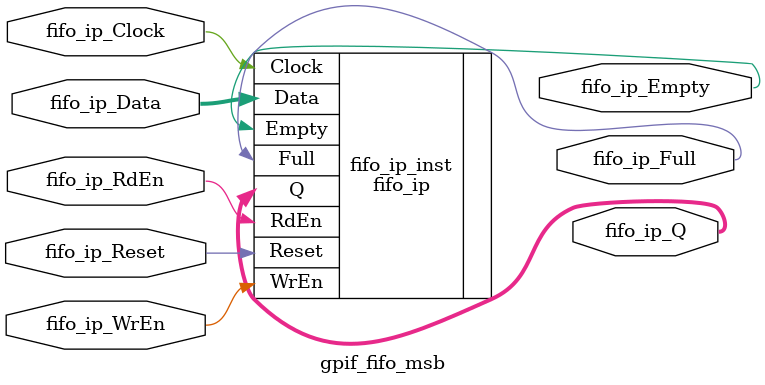
<source format=v>
/* synthesis translate_off*/
`define SBP_SIMULATION
/* synthesis translate_on*/
`ifndef SBP_SIMULATION
`define SBP_SYNTHESIS
`endif

//
// Verific Verilog Description of module gpif_fifo_msb
//
module gpif_fifo_msb (fifo_ip_Data, fifo_ip_Q, fifo_ip_Clock, fifo_ip_Empty, 
            fifo_ip_Full, fifo_ip_RdEn, fifo_ip_Reset, fifo_ip_WrEn) /* synthesis sbp_module=true */ ;
    input [15:0]fifo_ip_Data;
    output [15:0]fifo_ip_Q;
    input fifo_ip_Clock;
    output fifo_ip_Empty;
    output fifo_ip_Full;
    input fifo_ip_RdEn;
    input fifo_ip_Reset;
    input fifo_ip_WrEn;
    
    
    fifo_ip fifo_ip_inst (.Data({fifo_ip_Data}), .Q({fifo_ip_Q}), .Clock(fifo_ip_Clock), 
            .Empty(fifo_ip_Empty), .Full(fifo_ip_Full), .RdEn(fifo_ip_RdEn), 
            .Reset(fifo_ip_Reset), .WrEn(fifo_ip_WrEn));
    
endmodule


</source>
